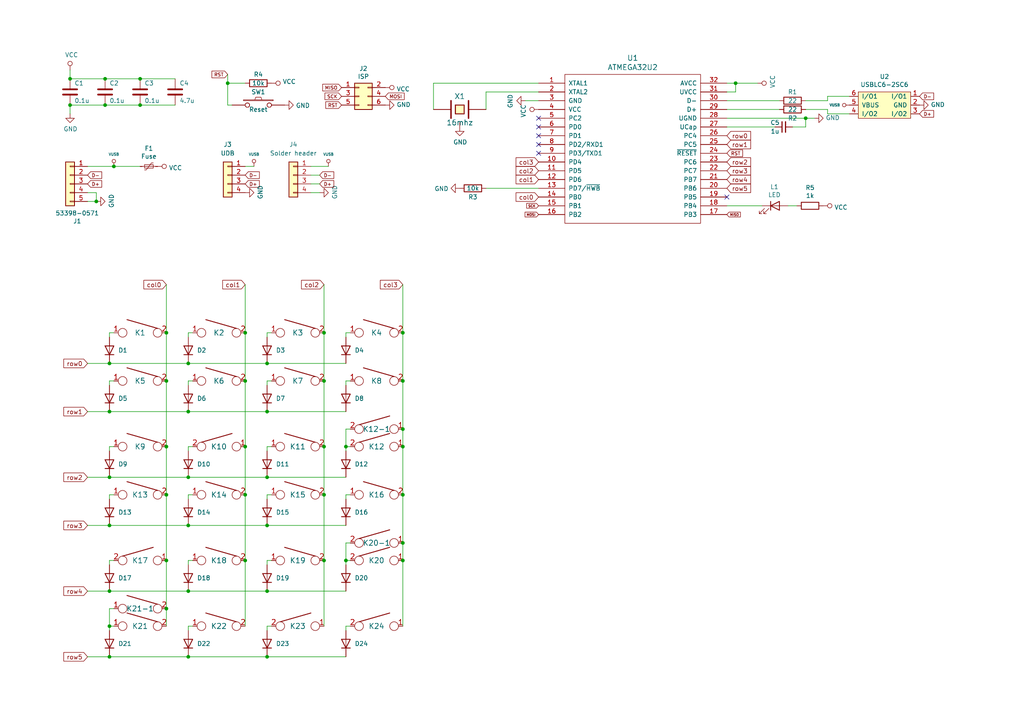
<source format=kicad_sch>
(kicad_sch (version 20211123) (generator eeschema)
  (paper "A4")
  (lib_symbols
    (symbol "Connector_Generic:Conn_01x04" (pin_names (offset 1.016) hide)
      (property "Reference" "J" (at 0 5.08 0))
      (property "Value" "Conn_01x04" (at 0 -7.62 0))
      (symbol "Conn_01x04_1_1"
        (rectangle (start -1.27 -4.953) (end 0 -5.207) (stroke (width 0.1524)))
        (rectangle (start -1.27 -2.413) (end 0 -2.667) (stroke (width 0.1524)))
        (rectangle (start -1.27 0.127) (end 0 -0.127) (stroke (width 0.1524)))
        (rectangle (start -1.27 2.667) (end 0 2.413) (stroke (width 0.1524)))
        (rectangle (start -1.27 3.81) (end 1.27 -6.35) (stroke (width 0.254)) (fill (type background)))
        (pin passive line (at -5.08 2.54 0) (length 3.81) (name "Pin_1") (number "1"))
        (pin passive line (at -5.08 0 0) (length 3.81) (name "Pin_2") (number "2"))
        (pin passive line (at -5.08 -2.54 0) (length 3.81) (name "Pin_3") (number "3"))
        (pin passive line (at -5.08 -5.08 0) (length 3.81) (name "Pin_4") (number "4"))
      )
    )
    (symbol "Connector_Generic:Conn_01x05" (pin_names (offset 1.016) hide)
      (property "Reference" "J" (at 0 7.62 0))
      (property "Value" "Conn_01x05" (at 0 -7.62 0))
      (symbol "Conn_01x05_1_1"
        (rectangle (start -1.27 -4.953) (end 0 -5.207) (stroke (width 0.1524)))
        (rectangle (start -1.27 -2.413) (end 0 -2.667) (stroke (width 0.1524)))
        (rectangle (start -1.27 0.127) (end 0 -0.127) (stroke (width 0.1524)))
        (rectangle (start -1.27 2.667) (end 0 2.413) (stroke (width 0.1524)))
        (rectangle (start -1.27 5.207) (end 0 4.953) (stroke (width 0.1524)))
        (rectangle (start -1.27 6.35) (end 1.27 -6.35) (stroke (width 0.254)) (fill (type background)))
        (pin passive line (at -5.08 5.08 0) (length 3.81) (name "Pin_1") (number "1"))
        (pin passive line (at -5.08 2.54 0) (length 3.81) (name "Pin_2") (number "2"))
        (pin passive line (at -5.08 0 0) (length 3.81) (name "Pin_3") (number "3"))
        (pin passive line (at -5.08 -2.54 0) (length 3.81) (name "Pin_4") (number "4"))
        (pin passive line (at -5.08 -5.08 0) (length 3.81) (name "Pin_5") (number "5"))
      )
    )
    (symbol "Connector_Generic:Conn_02x03_Odd_Even" (pin_names (offset 1.016) hide)
      (property "Reference" "J" (at 1.27 5.08 0))
      (property "Value" "Conn_02x03_Odd_Even" (at 1.27 -5.08 0))
      (symbol "Conn_02x03_Odd_Even_1_1"
        (rectangle (start -1.27 -2.413) (end 0 -2.667) (stroke (width 0.1524)))
        (rectangle (start -1.27 0.127) (end 0 -0.127) (stroke (width 0.1524)))
        (rectangle (start -1.27 2.667) (end 0 2.413) (stroke (width 0.1524)))
        (rectangle (start -1.27 3.81) (end 3.81 -3.81) (stroke (width 0.254)) (fill (type background)))
        (rectangle (start 3.81 -2.413) (end 2.54 -2.667) (stroke (width 0.1524)))
        (rectangle (start 3.81 0.127) (end 2.54 -0.127) (stroke (width 0.1524)))
        (rectangle (start 3.81 2.667) (end 2.54 2.413) (stroke (width 0.1524)))
        (pin passive line (at -5.08 2.54 0) (length 3.81) (name "Pin_1") (number "1"))
        (pin passive line (at 7.62 2.54 180) (length 3.81) (name "Pin_2") (number "2"))
        (pin passive line (at -5.08 0 0) (length 3.81) (name "Pin_3") (number "3"))
        (pin passive line (at 7.62 0 180) (length 3.81) (name "Pin_4") (number "4"))
        (pin passive line (at -5.08 -2.54 0) (length 3.81) (name "Pin_5") (number "5"))
        (pin passive line (at 7.62 -2.54 180) (length 3.81) (name "Pin_6") (number "6"))
      )
    )
    (symbol "Device:C" (pin_numbers hide) (pin_names (offset 0.254))
      (property "Reference" "C" (at 0.635 2.54 0))
      (property "Value" "C" (at 0.635 -2.54 0))
      (symbol "C_0_1"
        (polyline (pts (xy -2.032 -0.762) (xy 2.032 -0.762)) (stroke (width 0.508)))
        (polyline (pts (xy -2.032 0.762) (xy 2.032 0.762)) (stroke (width 0.508)))
      )
      (symbol "C_1_1"
        (pin passive line (at 0 3.81 270) (length 2.794) (name "~") (number "1"))
        (pin passive line (at 0 -3.81 90) (length 2.794) (name "~") (number "2"))
      )
    )
    (symbol "Device:C_Small" (pin_numbers hide) (pin_names (offset 0.254) hide)
      (property "Reference" "C" (at 0.254 1.778 0))
      (property "Value" "C_Small" (at 0.254 -2.032 0))
      (symbol "C_Small_0_1"
        (polyline (pts (xy -1.524 -0.508) (xy 1.524 -0.508)) (stroke (width 0.3302)))
        (polyline (pts (xy -1.524 0.508) (xy 1.524 0.508)) (stroke (width 0.3048)))
      )
      (symbol "C_Small_1_1"
        (pin passive line (at 0 2.54 270) (length 2.032) (name "~") (number "1"))
        (pin passive line (at 0 -2.54 90) (length 2.032) (name "~") (number "2"))
      )
    )
    (symbol "Device:D" (pin_numbers hide) (pin_names (offset 1.016) hide)
      (property "Reference" "D" (at 0 2.54 0))
      (property "Value" "D" (at 0 -2.54 0))
      (symbol "D_0_1"
        (polyline (pts (xy -1.27 1.27) (xy -1.27 -1.27)) (stroke (width 0.254)))
        (polyline (pts (xy 1.27 0) (xy -1.27 0)))
        (polyline (pts (xy 1.27 1.27) (xy 1.27 -1.27) (xy -1.27 0) (xy 1.27 1.27)) (stroke (width 0.254)))
      )
      (symbol "D_1_1"
        (pin passive line (at -3.81 0 0) (length 2.54) (name "K") (number "1"))
        (pin passive line (at 3.81 0 180) (length 2.54) (name "A") (number "2"))
      )
    )
    (symbol "Device:LED" (pin_numbers hide) (pin_names (offset 1.016) hide)
      (property "Reference" "D" (at 0 2.54 0))
      (property "Value" "LED" (at 0 -2.54 0))
      (symbol "LED_0_1"
        (polyline (pts (xy -1.27 -1.27) (xy -1.27 1.27)) (stroke (width 0.254)))
        (polyline (pts (xy -1.27 0) (xy 1.27 0)))
        (polyline (pts (xy 1.27 -1.27) (xy 1.27 1.27) (xy -1.27 0) (xy 1.27 -1.27)) (stroke (width 0.254)))
        (polyline (pts (xy -3.048 -0.762) (xy -4.572 -2.286) (xy -3.81 -2.286) (xy -4.572 -2.286) (xy -4.572 -1.524)))
        (polyline (pts (xy -1.778 -0.762) (xy -3.302 -2.286) (xy -2.54 -2.286) (xy -3.302 -2.286) (xy -3.302 -1.524)))
      )
      (symbol "LED_1_1"
        (pin passive line (at -3.81 0 0) (length 2.54) (name "K") (number "1"))
        (pin passive line (at 3.81 0 180) (length 2.54) (name "A") (number "2"))
      )
    )
    (symbol "Device:Polyfuse_Small" (pin_numbers hide) (pin_names (offset 0))
      (property "Reference" "F" (at -1.905 0 90))
      (property "Value" "Polyfuse_Small" (at 1.905 0 90))
      (symbol "Polyfuse_Small_0_1"
        (rectangle (start -0.508 1.27) (end 0.508 -1.27))
        (polyline (pts (xy 0 2.54) (xy 0 -2.54)))
        (polyline (pts (xy -1.016 1.27) (xy -1.016 0.762) (xy 1.016 -0.762) (xy 1.016 -1.27)))
      )
      (symbol "Polyfuse_Small_1_1"
        (pin passive line (at 0 2.54 270) (length 0.635) (name "~") (number "1"))
        (pin passive line (at 0 -2.54 90) (length 0.635) (name "~") (number "2"))
      )
    )
    (symbol "Device:R" (pin_numbers hide) (pin_names (offset 0))
      (property "Reference" "R" (at 2.032 0 90))
      (property "Value" "R" (at 0 0 90))
      (symbol "R_0_1"
        (rectangle (start -1.016 -2.54) (end 1.016 2.54) (stroke (width 0.254)))
      )
      (symbol "R_1_1"
        (pin passive line (at 0 3.81 270) (length 1.27) (name "~") (number "1"))
        (pin passive line (at 0 -3.81 90) (length 1.27) (name "~") (number "2"))
      )
    )
    (symbol "Power:GND" (power) (pin_names (offset 0))
      (property "Value" "Power_GND" (at 0 -3.81 0))
      (symbol "GND_0_1"
        (polyline (pts (xy 0 0) (xy 0 -1.27) (xy 1.27 -1.27) (xy 0 -2.54) (xy -1.27 -1.27) (xy 0 -1.27)))
      )
      (symbol "GND_1_1"
        (pin power_in line (at 0 0 270) (length 0) hide (name "GND") (number "1"))
      )
    )
    (symbol "Power:VCC" (power) (pin_names (offset 0))
      (property "Value" "Power_VCC" (at 0 3.81 0))
      (symbol "VCC_0_1"
        (polyline (pts (xy 0 0) (xy 0 1.27)))
        (circle (center 0 1.905) (radius 0.635))
      )
      (symbol "VCC_1_1"
        (pin power_in line (at 0 0 90) (length 0) hide (name "VCC") (number "1"))
      )
    )
    (symbol "keyboard_parts:ATMEGA32U2" (pin_names (offset 1.016))
      (property "Reference" "U" (at 0 -24.13 0))
      (property "Value" "ATMEGA32U2" (at 0 24.13 0))
      (symbol "ATMEGA32U2_0_1"
        (rectangle (start -19.05 21.59) (end 20.32 -21.59))
      )
      (symbol "ATMEGA32U2_1_1"
        (pin input line (at -26.67 19.05 0) (length 7.62) (name "XTAL1") (number "1"))
        (pin bidirectional line (at -26.67 -3.81 0) (length 7.62) (name "PD4") (number "10"))
        (pin bidirectional line (at -26.67 -6.35 0) (length 7.62) (name "PD5") (number "11"))
        (pin bidirectional line (at -26.67 -8.89 0) (length 7.62) (name "PD6") (number "12"))
        (pin input line (at -26.67 -11.43 0) (length 7.62) (name "PD7/~{HWB}") (number "13"))
        (pin bidirectional line (at -26.67 -13.97 0) (length 7.62) (name "PB0") (number "14"))
        (pin bidirectional line (at -26.67 -16.51 0) (length 7.62) (name "PB1") (number "15"))
        (pin bidirectional line (at -26.67 -19.05 0) (length 7.62) (name "PB2") (number "16"))
        (pin bidirectional line (at 27.94 -19.05 180) (length 7.62) (name "PB3") (number "17"))
        (pin bidirectional line (at 27.94 -16.51 180) (length 7.62) (name "PB4") (number "18"))
        (pin bidirectional line (at 27.94 -13.97 180) (length 7.62) (name "PB5") (number "19"))
        (pin output line (at -26.67 16.51 0) (length 7.62) (name "XTAL2") (number "2"))
        (pin bidirectional line (at 27.94 -11.43 180) (length 7.62) (name "PB6") (number "20"))
        (pin bidirectional line (at 27.94 -8.89 180) (length 7.62) (name "PB7") (number "21"))
        (pin bidirectional line (at 27.94 -6.35 180) (length 7.62) (name "PC7") (number "22"))
        (pin bidirectional line (at 27.94 -3.81 180) (length 7.62) (name "PC6") (number "23"))
        (pin input line (at 27.94 -1.27 180) (length 7.62) (name "~{RESET}") (number "24"))
        (pin bidirectional line (at 27.94 1.27 180) (length 7.62) (name "PC5") (number "25"))
        (pin bidirectional line (at 27.94 3.81 180) (length 7.62) (name "PC4") (number "26"))
        (pin input line (at 27.94 6.35 180) (length 7.62) (name "UCap") (number "27"))
        (pin power_in line (at 27.94 8.89 180) (length 7.62) (name "UGND") (number "28"))
        (pin bidirectional line (at 27.94 11.43 180) (length 7.62) (name "D+") (number "29"))
        (pin power_in line (at -26.67 13.97 0) (length 7.62) (name "GND") (number "3"))
        (pin bidirectional line (at 27.94 13.97 180) (length 7.62) (name "D-") (number "30"))
        (pin power_in line (at 27.94 16.51 180) (length 7.62) (name "UVCC") (number "31"))
        (pin power_in line (at 27.94 19.05 180) (length 7.62) (name "AVCC") (number "32"))
        (pin power_in line (at -26.67 11.43 0) (length 7.62) (name "VCC") (number "4"))
        (pin bidirectional line (at -26.67 8.89 0) (length 7.62) (name "PC2") (number "5"))
        (pin bidirectional line (at -26.67 6.35 0) (length 7.62) (name "PD0") (number "6"))
        (pin bidirectional line (at -26.67 3.81 0) (length 7.62) (name "PD1") (number "7"))
        (pin bidirectional line (at -26.67 1.27 0) (length 7.62) (name "PD2/RXD1") (number "8"))
        (pin bidirectional line (at -26.67 -1.27 0) (length 7.62) (name "PD3/TXD1") (number "9"))
      )
    )
    (symbol "keyboard_parts:KEYSW" (pin_names (offset 1.016))
      (property "Reference" "K?" (at -1.27 0 0))
      (symbol "KEYSW_0_1"
        (circle (center -5.08 0) (radius 1.27))
        (polyline (pts (xy -5.08 1.27) (xy 3.81 3.81)) (stroke (width 0.254)))
        (circle (center 5.08 0) (radius 1.27))
      )
      (symbol "KEYSW_1_1"
        (pin passive line (at 7.62 0 180) (length 1.27) (name "~") (number "1"))
        (pin passive line (at -7.62 0 0) (length 1.27) (name "~") (number "2"))
      )
    )
    (symbol "keyboard_parts:SW_PUSH" (pin_numbers hide) (pin_names (offset 1.016) hide)
      (property "Reference" "SW" (at 3.81 2.794 0))
      (property "Value" "SW_PUSH" (at 0 -2.032 0))
      (symbol "SW_PUSH_0_1"
        (rectangle (start -4.318 1.27) (end 4.318 1.524))
        (polyline (pts (xy -1.016 1.524) (xy -0.762 2.286) (xy 0.762 2.286) (xy 1.016 1.524)))
        (pin passive inverted (at -7.62 0 0) (length 5.08) (name "1") (number "1"))
        (pin passive inverted (at 7.62 0 180) (length 5.08) (name "2") (number "2"))
      )
    )
    (symbol "keyboard_parts:USBLC6-2SC6" (pin_names (offset 1.016))
      (property "Reference" "D" (at -7.62 5.08 0))
      (property "Value" "USBLC6-2SC6" (at -7.62 -5.08 0))
      (symbol "USBLC6-2SC6_0_0"
        (pin passive line (at -10.16 2.54 0) (length 2.54) (name "I/O1") (number "1"))
        (pin power_in line (at -10.16 0 0) (length 2.54) (name "GND") (number "2"))
        (pin passive line (at -10.16 -2.54 0) (length 2.54) (name "I/O2") (number "3"))
        (pin passive line (at 10.16 -2.54 180) (length 2.54) (name "I/O2") (number "4"))
        (pin power_in line (at 10.16 0 180) (length 2.54) (name "VBUS") (number "5"))
        (pin passive line (at 10.16 2.54 180) (length 2.54) (name "I/O1") (number "6"))
      )
      (symbol "USBLC6-2SC6_0_1"
        (rectangle (start -7.62 3.81) (end 7.62 -3.81) (fill (type background)))
      )
    )
    (symbol "keyboard_parts:VUSB" (power) (pin_names (offset 0))
      (property "Value" "VUSB" (at 0 2.794 0))
      (symbol "VUSB_0_0"
        (pin power_in line (at 0 0 90) (length 0) hide (name "VUSB") (number "1"))
      )
      (symbol "VUSB_0_1"
        (polyline (pts (xy 0 0) (xy 0 1.016) (xy 0 1.016)))
        (circle (center 0 1.524) (radius 0.508))
      )
    )
    (symbol "keyboard_parts:XTAL_GND" (pin_numbers hide) (pin_names (offset 1.016) hide)
      (property "Reference" "X" (at 0 3.81 0))
      (property "Value" "XTAL_GND" (at 0 -3.81 0))
      (symbol "XTAL_GND_0_1"
        (polyline (pts (xy -2.54 2.54) (xy -2.54 -2.54)) (stroke (width 0.4064)))
        (polyline (pts (xy 2.54 2.54) (xy 2.54 -2.54)) (stroke (width 0.4064)))
        (polyline (pts (xy -1.27 1.27) (xy 1.27 1.27) (xy 1.27 -1.27) (xy -1.27 -1.27) (xy -1.27 1.27)) (stroke (width 0.3048)) (fill (type background)))
      )
      (symbol "XTAL_GND_1_1"
        (pin passive line (at -7.62 0 0) (length 5.08) (name "1") (number "1"))
        (pin passive line (at 7.62 0 180) (length 5.08) (name "2") (number "2"))
        (pin passive line (at 0 -5.08 90) (length 1.27) (name "~") (number "3"))
      )
    )
  )
  (junction (at 93.98 162.56))
  (junction (at 48.26 143.51))
  (junction (at 116.84 124.46))
  (junction (at 93.98 110.49))
  (junction (at 77.47 105.41))
  (junction (at 93.98 143.51))
  (junction (at 54.61 105.41))
  (junction (at 116.84 110.49))
  (junction (at 48.26 110.49))
  (junction (at 54.61 171.45))
  (junction (at 71.12 129.54))
  (junction (at 40.64 30.48))
  (junction (at 116.84 129.54))
  (junction (at 71.12 162.56))
  (junction (at 116.84 157.48))
  (junction (at 54.61 190.5))
  (junction (at 77.47 152.4))
  (junction (at 66.04 24.13))
  (junction (at 77.47 190.5))
  (junction (at 77.47 138.43))
  (junction (at 30.48 30.48))
  (junction (at 31.75 181.61))
  (junction (at 48.26 96.52))
  (junction (at 233.68 34.29))
  (junction (at 71.12 96.52))
  (junction (at 20.32 22.86))
  (junction (at 77.47 119.38))
  (junction (at 30.48 22.86))
  (junction (at 31.75 152.4))
  (junction (at 31.75 171.45))
  (junction (at 116.84 162.56))
  (junction (at 20.32 30.48))
  (junction (at 31.75 190.5))
  (junction (at 54.61 152.4))
  (junction (at 48.26 162.56))
  (junction (at 93.98 96.52))
  (junction (at 54.61 119.38))
  (junction (at 71.12 110.49))
  (junction (at 116.84 96.52))
  (junction (at 27.94 58.42))
  (junction (at 31.75 105.41))
  (junction (at 100.33 129.54))
  (junction (at 31.75 138.43))
  (junction (at 71.12 143.51))
  (junction (at 31.75 119.38))
  (junction (at 116.84 143.51))
  (junction (at 33.02 48.26))
  (junction (at 77.47 171.45))
  (junction (at 54.61 138.43))
  (junction (at 93.98 129.54))
  (junction (at 48.26 176.53))
  (junction (at 48.26 129.54))
  (junction (at 100.33 162.56))
  (junction (at 213.36 24.13))
  (junction (at 40.64 22.86))
  (no_connect (at 156.21 39.37))
  (no_connect (at 156.21 44.45))
  (no_connect (at 156.21 36.83))
  (no_connect (at 156.21 41.91))
  (no_connect (at 156.21 34.29))
  (no_connect (at 210.82 57.15))
  (wire (pts (xy 71.12 162.56) (xy 71.12 181.61)))
  (wire (pts (xy 20.32 20.32) (xy 20.32 22.86)))
  (wire (pts (xy 240.03 33.02) (xy 246.38 33.02)))
  (wire (pts (xy 140.97 26.67) (xy 156.21 26.67)))
  (wire (pts (xy 125.73 24.13) (xy 156.21 24.13)))
  (wire (pts (xy 20.32 30.48) (xy 20.32 33.02)))
  (wire (pts (xy 101.6 110.49) (xy 100.33 110.49)))
  (wire (pts (xy 27.94 55.88) (xy 27.94 58.42)))
  (wire (pts (xy 25.4 48.26) (xy 33.02 48.26)))
  (wire (pts (xy 210.82 31.75) (xy 226.06 31.75)))
  (wire (pts (xy 100.33 181.61) (xy 100.33 182.88)))
  (wire (pts (xy 48.26 129.54) (xy 48.26 143.51)))
  (wire (pts (xy 101.6 129.54) (xy 100.33 129.54)))
  (wire (pts (xy 31.75 171.45) (xy 54.61 171.45)))
  (wire (pts (xy 213.36 24.13) (xy 219.71 24.13)))
  (wire (pts (xy 54.61 110.49) (xy 54.61 111.76)))
  (wire (pts (xy 30.48 22.86) (xy 40.64 22.86)))
  (wire (pts (xy 77.47 96.52) (xy 77.47 97.79)))
  (wire (pts (xy 31.75 96.52) (xy 31.75 97.79)))
  (wire (pts (xy 90.17 55.88) (xy 92.71 55.88)))
  (wire (pts (xy 27.94 58.42) (xy 25.4 58.42)))
  (wire (pts (xy 240.03 27.94) (xy 240.03 29.21)))
  (wire (pts (xy 78.74 143.51) (xy 77.47 143.51)))
  (wire (pts (xy 101.6 157.48) (xy 100.33 157.48)))
  (wire (pts (xy 77.47 171.45) (xy 100.33 171.45)))
  (wire (pts (xy 54.61 143.51) (xy 54.61 144.78)))
  (wire (pts (xy 210.82 24.13) (xy 213.36 24.13)))
  (wire (pts (xy 31.75 138.43) (xy 54.61 138.43)))
  (wire (pts (xy 71.12 96.52) (xy 71.12 110.49)))
  (wire (pts (xy 40.64 30.48) (xy 50.8 30.48)))
  (wire (pts (xy 71.12 129.54) (xy 71.12 143.51)))
  (wire (pts (xy 33.02 48.26) (xy 40.64 48.26)))
  (wire (pts (xy 31.75 110.49) (xy 31.75 111.76)))
  (wire (pts (xy 55.88 143.51) (xy 54.61 143.51)))
  (wire (pts (xy 33.02 96.52) (xy 31.75 96.52)))
  (wire (pts (xy 77.47 143.51) (xy 77.47 144.78)))
  (wire (pts (xy 31.75 181.61) (xy 33.02 181.61)))
  (wire (pts (xy 233.68 31.75) (xy 240.03 31.75)))
  (wire (pts (xy 125.73 24.13) (xy 125.73 31.75)))
  (wire (pts (xy 54.61 171.45) (xy 77.47 171.45)))
  (wire (pts (xy 100.33 110.49) (xy 100.33 111.76)))
  (wire (pts (xy 31.75 105.41) (xy 54.61 105.41)))
  (wire (pts (xy 55.88 110.49) (xy 54.61 110.49)))
  (wire (pts (xy 213.36 26.67) (xy 213.36 24.13)))
  (wire (pts (xy 31.75 129.54) (xy 31.75 130.81)))
  (wire (pts (xy 152.4 29.21) (xy 156.21 29.21)))
  (wire (pts (xy 100.33 163.83) (xy 100.33 162.56)))
  (wire (pts (xy 101.6 96.52) (xy 100.33 96.52)))
  (wire (pts (xy 31.75 143.51) (xy 31.75 144.78)))
  (wire (pts (xy 101.6 124.46) (xy 100.33 124.46)))
  (wire (pts (xy 220.98 59.69) (xy 210.82 59.69)))
  (wire (pts (xy 71.12 48.26) (xy 73.66 48.26)))
  (wire (pts (xy 31.75 176.53) (xy 31.75 181.61)))
  (wire (pts (xy 54.61 119.38) (xy 77.47 119.38)))
  (wire (pts (xy 55.88 129.54) (xy 54.61 129.54)))
  (wire (pts (xy 77.47 110.49) (xy 77.47 111.76)))
  (wire (pts (xy 140.97 26.67) (xy 140.97 31.75)))
  (wire (pts (xy 233.68 36.83) (xy 233.68 34.29)))
  (wire (pts (xy 78.74 110.49) (xy 77.47 110.49)))
  (wire (pts (xy 67.31 30.48) (xy 66.04 30.48)))
  (wire (pts (xy 229.87 36.83) (xy 233.68 36.83)))
  (wire (pts (xy 78.74 129.54) (xy 77.47 129.54)))
  (wire (pts (xy 77.47 190.5) (xy 100.33 190.5)))
  (wire (pts (xy 77.47 181.61) (xy 77.47 182.88)))
  (wire (pts (xy 25.4 105.41) (xy 31.75 105.41)))
  (wire (pts (xy 54.61 181.61) (xy 54.61 182.88)))
  (wire (pts (xy 54.61 162.56) (xy 55.88 162.56)))
  (wire (pts (xy 100.33 143.51) (xy 100.33 144.78)))
  (wire (pts (xy 93.98 110.49) (xy 93.98 129.54)))
  (wire (pts (xy 90.17 53.34) (xy 92.71 53.34)))
  (wire (pts (xy 100.33 157.48) (xy 100.33 162.56)))
  (wire (pts (xy 48.26 176.53) (xy 48.26 181.61)))
  (wire (pts (xy 77.47 152.4) (xy 100.33 152.4)))
  (wire (pts (xy 31.75 119.38) (xy 54.61 119.38)))
  (wire (pts (xy 31.75 181.61) (xy 31.75 182.88)))
  (wire (pts (xy 33.02 143.51) (xy 31.75 143.51)))
  (wire (pts (xy 116.84 82.55) (xy 116.84 96.52)))
  (wire (pts (xy 54.61 138.43) (xy 77.47 138.43)))
  (wire (pts (xy 77.47 105.41) (xy 100.33 105.41)))
  (wire (pts (xy 25.4 152.4) (xy 31.75 152.4)))
  (wire (pts (xy 77.47 162.56) (xy 78.74 162.56)))
  (wire (pts (xy 116.84 143.51) (xy 116.84 157.48)))
  (wire (pts (xy 210.82 34.29) (xy 233.68 34.29)))
  (wire (pts (xy 77.47 138.43) (xy 100.33 138.43)))
  (wire (pts (xy 77.47 119.38) (xy 100.33 119.38)))
  (wire (pts (xy 116.84 157.48) (xy 116.84 162.56)))
  (wire (pts (xy 140.97 54.61) (xy 156.21 54.61)))
  (wire (pts (xy 101.6 143.51) (xy 100.33 143.51)))
  (wire (pts (xy 77.47 129.54) (xy 77.47 130.81)))
  (wire (pts (xy 33.02 129.54) (xy 31.75 129.54)))
  (wire (pts (xy 100.33 162.56) (xy 101.6 162.56)))
  (wire (pts (xy 55.88 96.52) (xy 54.61 96.52)))
  (wire (pts (xy 210.82 29.21) (xy 226.06 29.21)))
  (wire (pts (xy 71.12 110.49) (xy 71.12 129.54)))
  (wire (pts (xy 233.68 34.29) (xy 236.22 34.29)))
  (wire (pts (xy 210.82 36.83) (xy 224.79 36.83)))
  (wire (pts (xy 116.84 96.52) (xy 116.84 110.49)))
  (wire (pts (xy 240.03 29.21) (xy 233.68 29.21)))
  (wire (pts (xy 48.26 143.51) (xy 48.26 162.56)))
  (wire (pts (xy 55.88 181.61) (xy 54.61 181.61)))
  (wire (pts (xy 54.61 152.4) (xy 77.47 152.4)))
  (wire (pts (xy 25.4 190.5) (xy 31.75 190.5)))
  (wire (pts (xy 246.38 27.94) (xy 240.03 27.94)))
  (wire (pts (xy 54.61 96.52) (xy 54.61 97.79)))
  (wire (pts (xy 90.17 48.26) (xy 95.25 48.26)))
  (wire (pts (xy 54.61 163.83) (xy 54.61 162.56)))
  (wire (pts (xy 90.17 50.8) (xy 92.71 50.8)))
  (wire (pts (xy 54.61 105.41) (xy 77.47 105.41)))
  (wire (pts (xy 101.6 181.61) (xy 100.33 181.61)))
  (wire (pts (xy 30.48 30.48) (xy 20.32 30.48)))
  (wire (pts (xy 25.4 171.45) (xy 31.75 171.45)))
  (wire (pts (xy 33.02 176.53) (xy 31.75 176.53)))
  (wire (pts (xy 25.4 55.88) (xy 27.94 55.88)))
  (wire (pts (xy 100.33 96.52) (xy 100.33 97.79)))
  (wire (pts (xy 25.4 138.43) (xy 31.75 138.43)))
  (wire (pts (xy 116.84 124.46) (xy 116.84 129.54)))
  (wire (pts (xy 54.61 129.54) (xy 54.61 130.81)))
  (wire (pts (xy 116.84 110.49) (xy 116.84 124.46)))
  (wire (pts (xy 40.64 22.86) (xy 50.8 22.86)))
  (wire (pts (xy 31.75 163.83) (xy 31.75 162.56)))
  (wire (pts (xy 66.04 24.13) (xy 71.12 24.13)))
  (wire (pts (xy 93.98 162.56) (xy 93.98 181.61)))
  (wire (pts (xy 33.02 110.49) (xy 31.75 110.49)))
  (wire (pts (xy 93.98 143.51) (xy 93.98 162.56)))
  (wire (pts (xy 78.74 181.61) (xy 77.47 181.61)))
  (wire (pts (xy 93.98 129.54) (xy 93.98 143.51)))
  (wire (pts (xy 66.04 24.13) (xy 66.04 21.59)))
  (wire (pts (xy 20.32 22.86) (xy 30.48 22.86)))
  (wire (pts (xy 66.04 30.48) (xy 66.04 24.13)))
  (wire (pts (xy 78.74 96.52) (xy 77.47 96.52)))
  (wire (pts (xy 100.33 129.54) (xy 100.33 130.81)))
  (wire (pts (xy 228.6 59.69) (xy 231.14 59.69)))
  (wire (pts (xy 93.98 96.52) (xy 93.98 110.49)))
  (wire (pts (xy 116.84 162.56) (xy 116.84 181.61)))
  (wire (pts (xy 240.03 31.75) (xy 240.03 33.02)))
  (wire (pts (xy 93.98 82.55) (xy 93.98 96.52)))
  (wire (pts (xy 116.84 129.54) (xy 116.84 143.51)))
  (wire (pts (xy 48.26 162.56) (xy 48.26 176.53)))
  (wire (pts (xy 48.26 82.55) (xy 48.26 96.52)))
  (wire (pts (xy 71.12 143.51) (xy 71.12 162.56)))
  (wire (pts (xy 31.75 152.4) (xy 54.61 152.4)))
  (wire (pts (xy 31.75 190.5) (xy 54.61 190.5)))
  (wire (pts (xy 54.61 190.5) (xy 77.47 190.5)))
  (wire (pts (xy 71.12 82.55) (xy 71.12 96.52)))
  (wire (pts (xy 31.75 162.56) (xy 33.02 162.56)))
  (wire (pts (xy 25.4 119.38) (xy 31.75 119.38)))
  (wire (pts (xy 100.33 124.46) (xy 100.33 129.54)))
  (wire (pts (xy 48.26 110.49) (xy 48.26 129.54)))
  (wire (pts (xy 48.26 96.52) (xy 48.26 110.49)))
  (wire (pts (xy 77.47 163.83) (xy 77.47 162.56)))
  (wire (pts (xy 210.82 26.67) (xy 213.36 26.67)))
  (wire (pts (xy 30.48 30.48) (xy 40.64 30.48)))
  (global_label "MOSI" (shape input) (at 156.21 62.23 180) (effects (font (size 0.7112 0.7112))) (property "Intersheet References" "${INTERSHEET_REFS}" (effects hide)))
  (global_label "RST" (shape input) (at 210.82 44.45 0) (effects (font (size 0.9906 0.9906))) (property "Intersheet References" "${INTERSHEET_REFS}" (effects hide)))
  (global_label "SCK" (shape input) (at 99.06 27.94 180) (effects (font (size 0.9906 0.9906))) (property "Intersheet References" "${INTERSHEET_REFS}" (effects hide)))
  (global_label "col0" (shape input) (at 48.26 82.55 180) (property "Intersheet References" "${INTERSHEET_REFS}" (effects hide)))
  (global_label "D+" (shape input) (at 71.12 53.34 0) (effects (font (size 0.9906 0.9906))) (property "Intersheet References" "${INTERSHEET_REFS}" (effects hide)))
  (global_label "row5" (shape input) (at 25.4 190.5 180) (property "Intersheet References" "${INTERSHEET_REFS}" (effects hide)))
  (global_label "row4" (shape input) (at 25.4 171.45 180) (property "Intersheet References" "${INTERSHEET_REFS}" (effects hide)))
  (global_label "row2" (shape input) (at 25.4 138.43 180) (property "Intersheet References" "${INTERSHEET_REFS}" (effects hide)))
  (global_label "row3" (shape input) (at 25.4 152.4 180) (property "Intersheet References" "${INTERSHEET_REFS}" (effects hide)))
  (global_label "D+" (shape input) (at 92.71 53.34 0) (effects (font (size 0.9906 0.9906))) (property "Intersheet References" "${INTERSHEET_REFS}" (effects hide)))
  (global_label "D-" (shape input) (at 71.12 50.8 0) (effects (font (size 0.9906 0.9906))) (property "Intersheet References" "${INTERSHEET_REFS}" (effects hide)))
  (global_label "col3" (shape input) (at 116.84 82.55 180) (property "Intersheet References" "${INTERSHEET_REFS}" (effects hide)))
  (global_label "D-" (shape input) (at 92.71 50.8 0) (effects (font (size 0.9906 0.9906))) (property "Intersheet References" "${INTERSHEET_REFS}" (effects hide)))
  (global_label "SCK" (shape input) (at 156.21 59.69 180) (effects (font (size 0.7112 0.7112))) (property "Intersheet References" "${INTERSHEET_REFS}" (effects hide)))
  (global_label "col2" (shape input) (at 93.98 82.55 180) (property "Intersheet References" "${INTERSHEET_REFS}" (effects hide)))
  (global_label "row5" (shape input) (at 210.82 54.61 0) (property "Intersheet References" "${INTERSHEET_REFS}" (effects hide)))
  (global_label "MOSI" (shape input) (at 111.76 27.94 0) (effects (font (size 0.9906 0.9906))) (property "Intersheet References" "${INTERSHEET_REFS}" (effects hide)))
  (global_label "col0" (shape input) (at 156.21 57.15 180) (property "Intersheet References" "${INTERSHEET_REFS}" (effects hide)))
  (global_label "RST" (shape input) (at 66.04 21.59 180) (effects (font (size 0.9906 0.9906))) (property "Intersheet References" "${INTERSHEET_REFS}" (effects hide)))
  (global_label "row0" (shape input) (at 210.82 39.37 0) (property "Intersheet References" "${INTERSHEET_REFS}" (effects hide)))
  (global_label "col2" (shape input) (at 156.21 49.53 180) (property "Intersheet References" "${INTERSHEET_REFS}" (effects hide)))
  (global_label "col3" (shape input) (at 156.21 46.99 180) (property "Intersheet References" "${INTERSHEET_REFS}" (effects hide)))
  (global_label "MISO" (shape input) (at 99.06 25.4 180) (effects (font (size 0.9906 0.9906))) (property "Intersheet References" "${INTERSHEET_REFS}" (effects hide)))
  (global_label "col1" (shape input) (at 71.12 82.55 180) (property "Intersheet References" "${INTERSHEET_REFS}" (effects hide)))
  (global_label "D+" (shape input) (at 266.7 33.02 0) (effects (font (size 0.9906 0.9906))) (property "Intersheet References" "${INTERSHEET_REFS}" (effects hide)))
  (global_label "row1" (shape input) (at 210.82 41.91 0) (property "Intersheet References" "${INTERSHEET_REFS}" (effects hide)))
  (global_label "MISO" (shape input) (at 210.82 62.23 0) (effects (font (size 0.7112 0.7112))) (property "Intersheet References" "${INTERSHEET_REFS}" (effects hide)))
  (global_label "RST" (shape input) (at 99.06 30.48 180) (effects (font (size 0.9906 0.9906))) (property "Intersheet References" "${INTERSHEET_REFS}" (effects hide)))
  (global_label "D-" (shape input) (at 25.4 50.8 0) (effects (font (size 0.9906 0.9906))) (property "Intersheet References" "${INTERSHEET_REFS}" (effects hide)))
  (global_label "row0" (shape input) (at 25.4 105.41 180) (property "Intersheet References" "${INTERSHEET_REFS}" (effects hide)))
  (global_label "D-" (shape input) (at 266.7 27.94 0) (effects (font (size 0.9906 0.9906))) (property "Intersheet References" "${INTERSHEET_REFS}" (effects hide)))
  (global_label "col1" (shape input) (at 156.21 52.07 180) (property "Intersheet References" "${INTERSHEET_REFS}" (effects hide)))
  (global_label "row2" (shape input) (at 210.82 46.99 0) (property "Intersheet References" "${INTERSHEET_REFS}" (effects hide)))
  (global_label "row3" (shape input) (at 210.82 49.53 0) (property "Intersheet References" "${INTERSHEET_REFS}" (effects hide)))
  (global_label "row1" (shape input) (at 25.4 119.38 180) (property "Intersheet References" "${INTERSHEET_REFS}" (effects hide)))
  (global_label "D+" (shape input) (at 25.4 53.34 0) (effects (font (size 0.9906 0.9906))) (property "Intersheet References" "${INTERSHEET_REFS}" (effects hide)))
  (global_label "row4" (shape input) (at 210.82 52.07 0) (property "Intersheet References" "${INTERSHEET_REFS}" (effects hide)))
  (symbol (lib_id "Power:GND") (at 27.94 58.42 90) (unit 1)
    (property "Reference" "#PWR0102" (effects hide))
    (property "Value" "GND" (at 32.3342 58.293 0))
  )
  (symbol (lib_id "Power:VCC") (at 45.72 48.26 270) (unit 1)
    (property "Reference" "#PWR0103" (effects hide))
    (property "Value" "VCC" (at 48.9712 48.6918 90) (effects (justify left)))
  )
  (symbol (lib_id "Device:Polyfuse_Small") (at 43.18 48.26 270) (unit 1)
    (property "Reference" "F1" (at 43.18 43.053 90))
    (property "Value" "Fuse" (at 43.18 45.3644 90))
    (property "Footprint" "Keeb_components:F_0805" (effects hide))
  )
  (symbol (lib_id "keyboard_parts:VUSB") (at 33.02 48.26 0) (unit 1)
    (property "Reference" "#PWR0104" (effects hide))
    (property "Value" "VUSB" (at 33.02 44.7548 0) (effects (font (size 0.762 0.762))))
  )
  (symbol (lib_id "keyboard_parts:USBLC6-2SC6") (at 256.54 30.48 0) (mirror y) (unit 1)
    (property "Reference" "U2" (at 256.54 22.225 0))
    (property "Value" "USBLC6-2SC6" (at 256.54 24.5364 0))
    (property "Footprint" "Keeb_components:USBLC6-2SC6" (effects hide))
  )
  (symbol (lib_id "keyboard_parts:VUSB") (at 246.38 30.48 90) (unit 1)
    (property "Reference" "#PWR0106" (effects hide))
    (property "Value" "VUSB" (at 243.6368 30.48 90) (effects (font (size 0.762 0.762)) (justify left)))
  )
  (symbol (lib_id "Device:C_Small") (at 227.33 36.83 90) (unit 1)
    (property "Reference" "C5" (at 224.79 35.56 90))
    (property "Value" "1u" (at 224.79 38.1 90))
    (property "Footprint" "Keeb_components:C_0603" (effects hide))
  )
  (symbol (lib_id "Power:GND") (at 266.7 30.48 90) (unit 1)
    (property "Reference" "#PWR0109" (effects hide))
    (property "Value" "GND" (at 269.9512 30.353 90) (effects (justify right)))
  )
  (symbol (lib_id "Power:GND") (at 236.22 34.29 90) (unit 1)
    (property "Reference" "#PWR0110" (effects hide))
    (property "Value" "GND" (at 239.4712 34.163 90) (effects (justify right)))
  )
  (symbol (lib_id "Power:GND") (at 133.35 36.83 0) (unit 1)
    (property "Reference" "#PWR0112" (effects hide))
    (property "Value" "GND" (at 133.477 41.2242 0))
  )
  (symbol (lib_id "Device:R") (at 229.87 31.75 90) (unit 1)
    (property "Reference" "R2" (at 229.87 34.29 90))
    (property "Value" "22" (at 229.87 31.75 90))
    (property "Footprint" "Keeb_components:R_0603" (effects hide))
  )
  (symbol (lib_id "Device:R") (at 229.87 29.21 90) (unit 1)
    (property "Reference" "R1" (at 229.87 26.67 90))
    (property "Value" "22" (at 229.87 29.21 90))
    (property "Footprint" "Keeb_components:R_0603" (effects hide))
  )
  (symbol (lib_id "Device:C") (at 20.32 26.67 0) (unit 1)
    (property "Reference" "C1" (at 21.59 24.13 0) (effects (justify left)))
    (property "Value" "0.1u" (at 21.59 29.21 0) (effects (justify left)))
    (property "Footprint" "Keeb_components:C_0603" (effects hide))
  )
  (symbol (lib_id "Device:C") (at 30.48 26.67 0) (unit 1)
    (property "Reference" "C2" (at 31.75 24.13 0) (effects (justify left)))
    (property "Value" "0.1u" (at 31.75 29.21 0) (effects (justify left)))
    (property "Footprint" "Keeb_components:C_0603" (effects hide))
  )
  (symbol (lib_id "Device:C") (at 40.64 26.67 0) (unit 1)
    (property "Reference" "C3" (at 41.91 24.13 0) (effects (justify left)))
    (property "Value" "0.1u" (at 41.91 29.21 0) (effects (justify left)))
    (property "Footprint" "Keeb_components:C_0603" (effects hide))
  )
  (symbol (lib_id "Device:C") (at 50.8 26.67 0) (unit 1)
    (property "Reference" "C4" (at 52.07 24.13 0) (effects (justify left)))
    (property "Value" "4.7u" (at 52.07 29.21 0) (effects (justify left)))
    (property "Footprint" "Keeb_components:C_0603" (effects hide))
  )
  (symbol (lib_id "Power:VCC") (at 20.32 20.32 0) (unit 1)
    (property "Reference" "#PWR0114" (effects hide))
    (property "Value" "VCC" (at 20.7518 15.9258 0))
  )
  (symbol (lib_id "Power:GND") (at 20.32 33.02 0) (unit 1)
    (property "Reference" "#PWR0115" (effects hide))
    (property "Value" "GND" (at 20.447 37.4142 0))
  )
  (symbol (lib_id "Device:R") (at 74.93 24.13 90) (mirror x) (unit 1)
    (property "Reference" "R4" (at 74.93 21.59 90))
    (property "Value" "10k" (at 74.93 24.13 90))
    (property "Footprint" "Keeb_components:R_0603" (effects hide))
  )
  (symbol (lib_id "Power:VCC") (at 78.74 24.13 270) (mirror x) (unit 1)
    (property "Reference" "#PWR0116" (effects hide))
    (property "Value" "VCC" (at 81.9658 23.6728 90) (effects (justify left)))
  )
  (symbol (lib_id "keyboard_parts:SW_PUSH") (at 74.93 30.48 0) (mirror y) (unit 1)
    (property "Reference" "SW1" (at 74.93 26.67 0))
    (property "Value" "Reset" (at 74.93 31.75 0))
    (property "Footprint" "Button_Switch_SMD:SW_SPST_TL3342" (effects hide))
  )
  (symbol (lib_id "Power:GND") (at 82.55 30.48 90) (mirror x) (unit 1)
    (property "Reference" "#PWR0117" (effects hide))
    (property "Value" "GND" (at 85.8012 30.607 90) (effects (justify right)))
  )
  (symbol (lib_id "Device:R") (at 137.16 54.61 90) (unit 1)
    (property "Reference" "R3" (at 137.16 57.15 90))
    (property "Value" "10k" (at 137.16 54.61 90))
    (property "Footprint" "Keeb_components:R_0603" (effects hide))
  )
  (symbol (lib_id "Power:GND") (at 133.35 54.61 270) (unit 1)
    (property "Reference" "#PWR0118" (effects hide))
    (property "Value" "GND" (at 130.0988 54.737 90) (effects (justify right)))
  )
  (symbol (lib_id "Connector_Generic:Conn_02x03_Odd_Even") (at 104.14 27.94 0) (unit 1)
    (property "Reference" "J2" (at 105.41 19.8882 0))
    (property "Value" "ISP" (at 105.41 22.1996 0))
    (property "Footprint" "Keeb_components:isp_standard" (effects hide))
  )
  (symbol (lib_id "Power:VCC") (at 111.76 25.4 270) (unit 1)
    (property "Reference" "#PWR0119" (effects hide))
    (property "Value" "VCC" (at 115.0112 25.8318 90) (effects (justify left)))
  )
  (symbol (lib_id "Power:GND") (at 111.76 30.48 90) (unit 1)
    (property "Reference" "#PWR0120" (effects hide))
    (property "Value" "GND" (at 115.0112 30.353 90) (effects (justify right)))
  )
  (symbol (lib_id "Connector_Generic:Conn_01x05") (at 20.32 53.34 0) (mirror y) (unit 1)
    (property "Reference" "J1" (at 22.4028 64.135 0))
    (property "Value" "53398-0571" (at 22.4028 61.8236 0))
    (property "Footprint" "footprints:Molex-PicoBlade-533980571" (effects hide))
  )
  (symbol (lib_id "keyboard_parts:KEYSW") (at 63.5 162.56 0) (mirror y) (unit 1)
    (property "Reference" "K18" (at 63.5 162.56 0) (effects (font (size 1.524 1.524))))
    (property "Value" "KEYSW" (effects hide))
    (property "Footprint" "Keeb_switches:CHERRY_PLATE_100H" (effects hide))
  )
  (symbol (lib_id "keyboard_parts:KEYSW") (at 40.64 162.56 0) (unit 1)
    (property "Reference" "K17" (at 40.64 162.56 0) (effects (font (size 1.524 1.524))))
    (property "Value" "KEYSW" (effects hide))
    (property "Footprint" "Keeb_switches:CHERRY_PLATE_100H" (effects hide))
  )
  (symbol (lib_id "keyboard_parts:KEYSW") (at 40.64 181.61 0) (mirror y) (unit 1)
    (property "Reference" "K21" (at 40.64 181.61 0) (effects (font (size 1.524 1.524))))
    (property "Value" "KEYSW" (effects hide))
    (property "Footprint" "Keeb_switches:CHERRY_PLATE_200H" (effects hide))
  )
  (symbol (lib_id "keyboard_parts:KEYSW") (at 109.22 96.52 0) (mirror y) (unit 1)
    (property "Reference" "K4" (at 109.22 96.52 0) (effects (font (size 1.524 1.524))))
    (property "Value" "KEYSW" (effects hide))
    (property "Footprint" "Keeb_switches:CHERRY_PLATE_100H" (effects hide))
  )
  (symbol (lib_id "keyboard_parts:KEYSW") (at 86.36 181.61 0) (unit 1)
    (property "Reference" "K23" (at 86.36 181.61 0) (effects (font (size 1.524 1.524))))
    (property "Value" "KEYSW" (effects hide))
    (property "Footprint" "Keeb_switches:CHERRY_PLATE_100H" (effects hide))
  )
  (symbol (lib_id "keyboard_parts:KEYSW") (at 40.64 143.51 0) (mirror y) (unit 1)
    (property "Reference" "K13" (at 40.64 143.51 0) (effects (font (size 1.524 1.524))))
    (property "Value" "KEYSW" (effects hide))
    (property "Footprint" "Keeb_switches:CHERRY_PLATE_100H" (effects hide))
  )
  (symbol (lib_id "keyboard_parts:KEYSW") (at 109.22 110.49 0) (mirror y) (unit 1)
    (property "Reference" "K8" (at 109.22 110.49 0) (effects (font (size 1.524 1.524))))
    (property "Value" "KEYSW" (effects hide))
    (property "Footprint" "Keeb_switches:CHERRY_PLATE_100H" (effects hide))
  )
  (symbol (lib_id "keyboard_parts:KEYSW") (at 86.36 110.49 0) (mirror y) (unit 1)
    (property "Reference" "K7" (at 86.36 110.49 0) (effects (font (size 1.524 1.524))))
    (property "Value" "KEYSW" (effects hide))
    (property "Footprint" "Keeb_switches:CHERRY_PLATE_100H" (effects hide))
  )
  (symbol (lib_id "keyboard_parts:KEYSW") (at 86.36 96.52 0) (mirror y) (unit 1)
    (property "Reference" "K3" (at 86.36 96.52 0) (effects (font (size 1.524 1.524))))
    (property "Value" "KEYSW" (effects hide))
    (property "Footprint" "Keeb_switches:CHERRY_PLATE_100H" (effects hide))
  )
  (symbol (lib_id "keyboard_parts:KEYSW") (at 63.5 96.52 0) (mirror y) (unit 1)
    (property "Reference" "K2" (at 63.5 96.52 0) (effects (font (size 1.524 1.524))))
    (property "Value" "KEYSW" (effects hide))
    (property "Footprint" "Keeb_switches:CHERRY_PLATE_100H" (effects hide))
  )
  (symbol (lib_id "keyboard_parts:KEYSW") (at 86.36 129.54 0) (mirror y) (unit 1)
    (property "Reference" "K11" (at 86.36 129.54 0) (effects (font (size 1.524 1.524))))
    (property "Value" "KEYSW" (effects hide))
    (property "Footprint" "Keeb_switches:CHERRY_PLATE_100H" (effects hide))
  )
  (symbol (lib_id "keyboard_parts:KEYSW") (at 63.5 129.54 0) (unit 1)
    (property "Reference" "K10" (at 63.5 129.54 0) (effects (font (size 1.524 1.524))))
    (property "Value" "KEYSW" (effects hide))
    (property "Footprint" "Keeb_switches:CHERRY_PLATE_100H" (effects hide))
  )
  (symbol (lib_id "keyboard_parts:KEYSW") (at 40.64 110.49 0) (mirror y) (unit 1)
    (property "Reference" "K5" (at 40.64 110.49 0) (effects (font (size 1.524 1.524))))
    (property "Value" "KEYSW" (effects hide))
    (property "Footprint" "Keeb_switches:CHERRY_PLATE_100H" (effects hide))
  )
  (symbol (lib_id "keyboard_parts:KEYSW") (at 63.5 143.51 0) (mirror y) (unit 1)
    (property "Reference" "K14" (at 63.5 143.51 0) (effects (font (size 1.524 1.524))))
    (property "Value" "KEYSW" (effects hide))
    (property "Footprint" "Keeb_switches:CHERRY_PLATE_100H" (effects hide))
  )
  (symbol (lib_id "keyboard_parts:KEYSW") (at 40.64 129.54 0) (mirror y) (unit 1)
    (property "Reference" "K9" (at 40.64 129.54 0) (effects (font (size 1.524 1.524))))
    (property "Value" "KEYSW" (effects hide))
    (property "Footprint" "Keeb_switches:CHERRY_PLATE_100H" (effects hide))
  )
  (symbol (lib_id "keyboard_parts:KEYSW") (at 63.5 110.49 0) (mirror y) (unit 1)
    (property "Reference" "K6" (at 63.5 110.49 0) (effects (font (size 1.524 1.524))))
    (property "Value" "KEYSW" (effects hide))
    (property "Footprint" "Keeb_switches:CHERRY_PLATE_100H" (effects hide))
  )
  (symbol (lib_id "keyboard_parts:KEYSW") (at 86.36 162.56 0) (mirror y) (unit 1)
    (property "Reference" "K19" (at 86.36 162.56 0) (effects (font (size 1.524 1.524))))
    (property "Value" "KEYSW" (effects hide))
    (property "Footprint" "Keeb_switches:CHERRY_PLATE_100H" (effects hide))
  )
  (symbol (lib_id "keyboard_parts:KEYSW") (at 109.22 129.54 0) (unit 1)
    (property "Reference" "K12" (at 109.22 129.54 0) (effects (font (size 1.524 1.524))))
    (property "Value" "KEYSW" (effects hide))
    (property "Footprint" "Keeb_switches:CHERRY_PLATE_200H_V" (effects hide))
  )
  (symbol (lib_id "keyboard_parts:KEYSW") (at 40.64 96.52 0) (mirror y) (unit 1)
    (property "Reference" "K1" (at 40.64 96.52 0) (effects (font (size 1.524 1.524))))
    (property "Value" "KEYSW" (effects hide))
    (property "Footprint" "Keeb_switches:CHERRY_PLATE_100H" (effects hide))
  )
  (symbol (lib_id "keyboard_parts:KEYSW") (at 86.36 143.51 0) (mirror y) (unit 1)
    (property "Reference" "K15" (at 86.36 143.51 0) (effects (font (size 1.524 1.524))))
    (property "Value" "KEYSW" (effects hide))
    (property "Footprint" "Keeb_switches:CHERRY_PLATE_100H" (effects hide))
  )
  (symbol (lib_id "keyboard_parts:KEYSW") (at 109.22 162.56 0) (unit 1)
    (property "Reference" "K20" (at 109.22 162.56 0) (effects (font (size 1.524 1.524))))
    (property "Value" "KEYSW" (effects hide))
    (property "Footprint" "Keeb_switches:CHERRY_PLATE_200H_V" (effects hide))
  )
  (symbol (lib_id "Device:LED") (at 224.79 59.69 0) (unit 1)
    (property "Reference" "L1" (at 224.6122 54.2036 0))
    (property "Value" "LED" (at 224.6122 56.515 0))
    (property "Footprint" "Keeb_switches:CHERRY_MX_LED_neo" (effects hide))
  )
  (symbol (lib_id "Device:R") (at 234.95 59.69 270) (unit 1)
    (property "Reference" "R5" (at 234.95 54.4322 90))
    (property "Value" "1k" (at 234.95 56.7436 90))
    (property "Footprint" "Keeb_components:R_0603" (effects hide))
  )
  (symbol (lib_id "Power:VCC") (at 238.76 59.69 270) (unit 1)
    (property "Reference" "#PWR0101" (effects hide))
    (property "Value" "VCC" (at 241.9858 60.1472 90) (effects (justify left)))
  )
  (symbol (lib_id "Device:D") (at 77.47 167.64 90) (unit 1)
    (property "Reference" "D19" (at 80.01 167.6399 90) (effects (justify right)))
    (property "Value" "D" (effects hide))
    (property "Footprint" "Keeb_components:D_0805" (effects hide))
  )
  (symbol (lib_id "keyboard_parts:KEYSW") (at 109.22 181.61 0) (unit 1)
    (property "Reference" "K24" (at 109.22 181.61 0) (effects (font (size 1.524 1.524))))
    (property "Value" "KEYSW" (effects hide))
    (property "Footprint" "Keeb_switches:CHERRY_PLATE_100H" (effects hide))
  )
  (symbol (lib_id "Device:D") (at 77.47 186.69 90) (unit 1)
    (property "Reference" "D23" (at 80.01 186.6899 90) (effects (justify right)))
    (property "Value" "D" (effects hide))
    (property "Footprint" "Keeb_components:D_0805" (effects hide))
  )
  (symbol (lib_id "Device:D") (at 54.61 186.69 90) (unit 1)
    (property "Reference" "D22" (at 57.15 186.6899 90) (effects (justify right)))
    (property "Value" "D" (effects hide))
    (property "Footprint" "Keeb_components:D_0805" (effects hide))
  )
  (symbol (lib_id "Device:D") (at 77.47 134.62 90) (unit 1)
    (property "Reference" "D11" (at 80.01 134.6199 90) (effects (justify right)))
    (property "Value" "D" (effects hide))
    (property "Footprint" "Keeb_components:D_0805" (effects hide))
  )
  (symbol (lib_id "Device:D") (at 31.75 101.6 90) (unit 1)
    (property "Reference" "D1" (at 34.29 101.5999 90) (effects (justify right)))
    (property "Value" "D" (effects hide))
    (property "Footprint" "Keeb_components:D_0805" (effects hide))
  )
  (symbol (lib_id "Connector_Generic:Conn_01x04") (at 85.09 50.8 0) (mirror y) (unit 1)
    (property "Reference" "J4" (at 85.09 41.91 0))
    (property "Value" "Solder header" (at 85.09 44.45 0))
    (property "Footprint" "footprints:solder_header" (effects hide))
  )
  (symbol (lib_id "Device:D") (at 77.47 148.59 90) (unit 1)
    (property "Reference" "D15" (at 80.01 148.5899 90) (effects (justify right)))
    (property "Value" "D" (effects hide))
    (property "Footprint" "Keeb_components:D_0805" (effects hide))
  )
  (symbol (lib_id "Device:D") (at 100.33 115.57 90) (unit 1)
    (property "Reference" "D8" (at 102.87 115.5699 90) (effects (justify right)))
    (property "Value" "D" (effects hide))
    (property "Footprint" "Keeb_components:D_0805" (effects hide))
  )
  (symbol (lib_id "keyboard_parts:ATMEGA32U2") (at 182.88 43.18 0) (unit 1)
    (property "Reference" "U1" (at 183.515 16.8148 0) (effects (font (size 1.524 1.524))))
    (property "Value" "ATMEGA32U2" (at 183.515 19.5326 0) (effects (font (size 1.524 1.524))))
    (property "Footprint" "Keeb_components:ATMEGA32U2" (effects hide))
  )
  (symbol (lib_id "Device:D") (at 77.47 101.6 90) (unit 1)
    (property "Reference" "D3" (at 80.01 101.5999 90) (effects (justify right)))
    (property "Value" "D" (effects hide))
    (property "Footprint" "Keeb_components:D_0805" (effects hide))
  )
  (symbol (lib_id "keyboard_parts:KEYSW") (at 40.64 176.53 0) (mirror y) (unit 1)
    (property "Reference" "K21-1" (at 40.64 176.53 0) (effects (font (size 1.524 1.524))))
    (property "Value" "KEYSW" (effects hide))
    (property "Footprint" "Keeb_switches:CHERRY_PLATE_100H" (effects hide))
  )
  (symbol (lib_id "Device:D") (at 77.47 115.57 90) (unit 1)
    (property "Reference" "D7" (at 80.01 115.5699 90) (effects (justify right)))
    (property "Value" "D" (effects hide))
    (property "Footprint" "Keeb_components:D_0805" (effects hide))
  )
  (symbol (lib_id "Power:GND") (at 152.4 29.21 270) (unit 1)
    (property "Reference" "#PWR0107" (effects hide))
    (property "Value" "GND" (at 148.0058 29.337 0))
  )
  (symbol (lib_id "Device:D") (at 31.75 148.59 90) (unit 1)
    (property "Reference" "D13" (at 34.29 148.5899 90) (effects (justify right)))
    (property "Value" "D" (effects hide))
    (property "Footprint" "Keeb_components:D_0805" (effects hide))
  )
  (symbol (lib_id "Device:D") (at 54.61 101.6 90) (unit 1)
    (property "Reference" "D2" (at 57.15 101.5999 90) (effects (justify right)))
    (property "Value" "D" (effects hide))
    (property "Footprint" "Keeb_components:D_0805" (effects hide))
  )
  (symbol (lib_id "Power:VCC") (at 219.71 24.13 270) (mirror x) (unit 1)
    (property "Reference" "#PWR0108" (effects hide))
    (property "Value" "VCC" (at 224.1042 23.6728 0))
  )
  (symbol (lib_id "keyboard_parts:KEYSW") (at 109.22 143.51 0) (mirror y) (unit 1)
    (property "Reference" "K16" (at 109.22 143.51 0) (effects (font (size 1.524 1.524))))
    (property "Value" "KEYSW" (effects hide))
    (property "Footprint" "Keeb_switches:CHERRY_PLATE_100H" (effects hide))
  )
  (symbol (lib_id "Connector_Generic:Conn_01x04") (at 66.04 50.8 0) (mirror y) (unit 1)
    (property "Reference" "J3" (at 66.04 41.91 0))
    (property "Value" "UDB" (at 66.04 44.45 0))
    (property "Footprint" "Keeb_components:JST_SH_SM04B-SRSS-TB_1x04-1MP_P1.00mm_Horizontal" (effects hide))
  )
  (symbol (lib_id "Device:D") (at 54.61 167.64 90) (unit 1)
    (property "Reference" "D18" (at 57.15 167.6399 90) (effects (justify right)))
    (property "Value" "D" (effects hide))
    (property "Footprint" "Keeb_components:D_0805" (effects hide))
  )
  (symbol (lib_id "Power:VCC") (at 156.21 31.75 90) (mirror x) (unit 1)
    (property "Reference" "#PWR0105" (effects hide))
    (property "Value" "VCC" (at 151.8158 32.2072 0))
  )
  (symbol (lib_id "keyboard_parts:XTAL_GND") (at 133.35 31.75 0) (unit 1)
    (property "Reference" "X1" (at 133.35 27.94 0) (effects (font (size 1.524 1.524))))
    (property "Value" "16mhz" (at 133.35 35.56 0) (effects (font (size 1.524 1.524))))
    (property "Footprint" "Keeb_components:Resonator_SMD_muRata_CSTNExxV-3Pin-p1.2" (effects hide))
  )
  (symbol (lib_id "keyboard_parts:KEYSW") (at 109.22 157.48 0) (unit 1)
    (property "Reference" "K20-1" (at 109.22 157.48 0) (effects (font (size 1.524 1.524))))
    (property "Value" "KEYSW" (effects hide))
    (property "Footprint" "Keeb_switches:CHERRY_PLATE_100H" (effects hide))
  )
  (symbol (lib_id "Power:GND") (at 92.71 55.88 90) (unit 1)
    (property "Reference" "#PWR0122" (effects hide))
    (property "Value" "GND" (at 97.1042 55.753 0))
  )
  (symbol (lib_id "Device:D") (at 31.75 134.62 90) (unit 1)
    (property "Reference" "D9" (at 34.29 134.6199 90) (effects (justify right)))
    (property "Value" "D" (effects hide))
    (property "Footprint" "Keeb_components:D_0805" (effects hide))
  )
  (symbol (lib_id "Device:D") (at 31.75 115.57 90) (unit 1)
    (property "Reference" "D5" (at 34.29 115.5699 90) (effects (justify right)))
    (property "Value" "D" (effects hide))
    (property "Footprint" "Keeb_components:D_0805" (effects hide))
  )
  (symbol (lib_id "Device:D") (at 100.33 167.64 90) (unit 1)
    (property "Reference" "D20" (at 102.87 167.6399 90) (effects (justify right)))
    (property "Value" "D" (effects hide))
    (property "Footprint" "Keeb_components:D_0805" (effects hide))
  )
  (symbol (lib_id "Device:D") (at 54.61 148.59 90) (unit 1)
    (property "Reference" "D14" (at 57.15 148.5899 90) (effects (justify right)))
    (property "Value" "D" (effects hide))
    (property "Footprint" "Keeb_components:D_0805" (effects hide))
  )
  (symbol (lib_id "keyboard_parts:KEYSW") (at 109.22 124.46 0) (unit 1)
    (property "Reference" "K12-1" (at 109.22 124.46 0) (effects (font (size 1.524 1.524))))
    (property "Value" "KEYSW" (effects hide))
    (property "Footprint" "Keeb_switches:CHERRY_PLATE_100H" (effects hide))
  )
  (symbol (lib_id "Power:GND") (at 71.12 55.88 90) (unit 1)
    (property "Reference" "#PWR0111" (effects hide))
    (property "Value" "GND" (at 75.5142 55.753 0))
  )
  (symbol (lib_id "Device:D") (at 31.75 186.69 90) (unit 1)
    (property "Reference" "D21" (at 34.29 186.6899 90) (effects (justify right)))
    (property "Value" "D" (effects hide))
    (property "Footprint" "Keeb_components:D_0805" (effects hide))
  )
  (symbol (lib_id "Device:D") (at 54.61 115.57 90) (unit 1)
    (property "Reference" "D6" (at 57.15 115.5699 90) (effects (justify right)))
    (property "Value" "D" (effects hide))
    (property "Footprint" "Keeb_components:D_0805" (effects hide))
  )
  (symbol (lib_id "Device:D") (at 100.33 134.62 90) (unit 1)
    (property "Reference" "D12" (at 102.87 134.6199 90) (effects (justify right)))
    (property "Value" "D" (effects hide))
    (property "Footprint" "Keeb_components:D_0805" (effects hide))
  )
  (symbol (lib_id "Device:D") (at 100.33 186.69 90) (unit 1)
    (property "Reference" "D24" (at 102.87 186.6899 90) (effects (justify right)))
    (property "Value" "D" (effects hide))
    (property "Footprint" "Keeb_components:D_0805" (effects hide))
  )
  (symbol (lib_id "Device:D") (at 100.33 101.6 90) (unit 1)
    (property "Reference" "D4" (at 102.87 101.5999 90) (effects (justify right)))
    (property "Value" "D" (effects hide))
    (property "Footprint" "Keeb_components:D_0805" (effects hide))
  )
  (symbol (lib_id "Device:D") (at 31.75 167.64 90) (unit 1)
    (property "Reference" "D17" (at 34.29 167.6399 90) (effects (justify right)))
    (property "Value" "D" (effects hide))
    (property "Footprint" "Keeb_components:D_0805" (effects hide))
  )
  (symbol (lib_id "keyboard_parts:VUSB") (at 73.66 48.26 0) (unit 1)
    (property "Reference" "#PWR0113" (effects hide))
    (property "Value" "VUSB" (at 73.66 44.7548 0) (effects (font (size 0.762 0.762))))
  )
  (symbol (lib_id "keyboard_parts:KEYSW") (at 63.5 181.61 0) (mirror y) (unit 1)
    (property "Reference" "K22" (at 63.5 181.61 0) (effects (font (size 1.524 1.524))))
    (property "Value" "KEYSW" (effects hide))
    (property "Footprint" "Keeb_switches:CHERRY_PLATE_100H" (effects hide))
  )
  (symbol (lib_id "Device:D") (at 100.33 148.59 90) (unit 1)
    (property "Reference" "D16" (at 102.87 148.5899 90) (effects (justify right)))
    (property "Value" "D" (effects hide))
    (property "Footprint" "Keeb_components:D_0805" (effects hide))
  )
  (symbol (lib_id "keyboard_parts:VUSB") (at 95.25 48.26 0) (unit 1)
    (property "Reference" "#PWR0121" (effects hide))
    (property "Value" "VUSB" (at 95.25 44.7548 0) (effects (font (size 0.762 0.762))))
  )
  (symbol (lib_id "Device:D") (at 54.61 134.62 90) (unit 1)
    (property "Reference" "D10" (at 57.15 134.6199 90) (effects (justify right)))
    (property "Value" "D" (effects hide))
    (property "Footprint" "Keeb_components:D_0805" (effects hide))
  )
)
</source>
